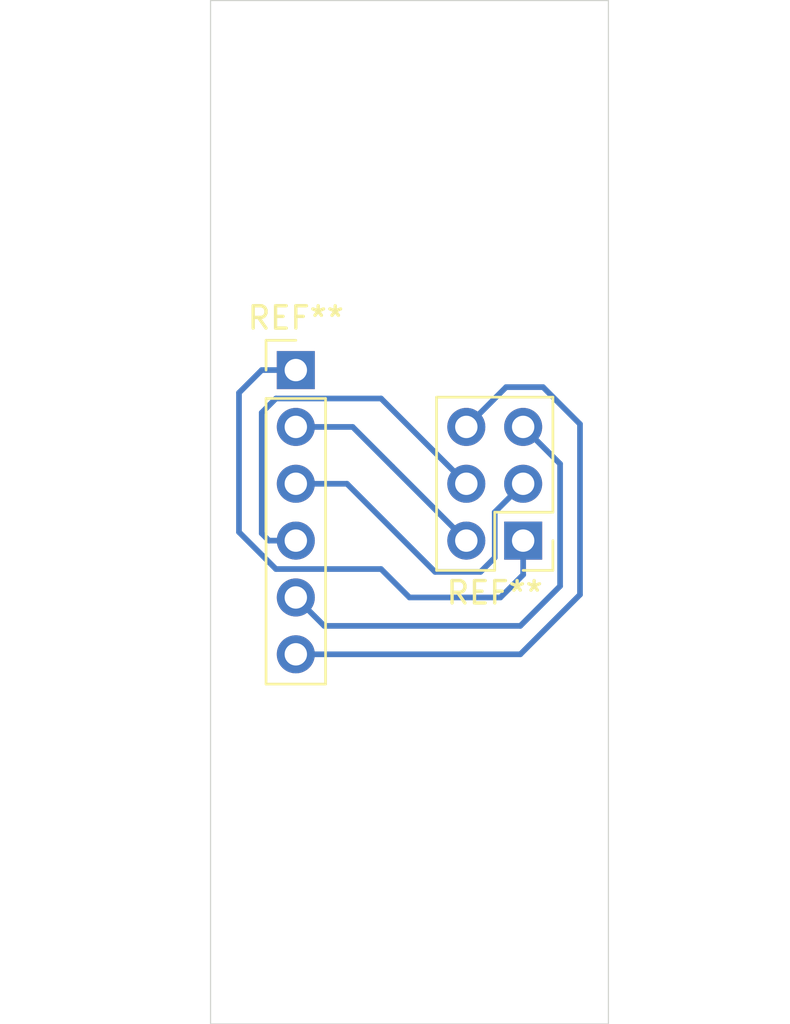
<source format=kicad_pcb>
(kicad_pcb (version 20171130) (host pcbnew "(5.1.0)-1")

  (general
    (thickness 1.6)
    (drawings 4)
    (tracks 35)
    (zones 0)
    (modules 2)
    (nets 1)
  )

  (page A4)
  (layers
    (0 F.Cu signal)
    (31 B.Cu signal)
    (32 B.Adhes user)
    (33 F.Adhes user)
    (34 B.Paste user)
    (35 F.Paste user)
    (36 B.SilkS user)
    (37 F.SilkS user)
    (38 B.Mask user)
    (39 F.Mask user)
    (40 Dwgs.User user)
    (41 Cmts.User user)
    (42 Eco1.User user)
    (43 Eco2.User user)
    (44 Edge.Cuts user)
    (45 Margin user)
    (46 B.CrtYd user)
    (47 F.CrtYd user)
    (48 B.Fab user)
    (49 F.Fab user)
  )

  (setup
    (last_trace_width 0.254)
    (trace_clearance 0.254)
    (zone_clearance 0.508)
    (zone_45_only no)
    (trace_min 0.254)
    (via_size 0.9144)
    (via_drill 0.4064)
    (via_min_size 0.9144)
    (via_min_drill 0.4064)
    (uvia_size 0.3)
    (uvia_drill 0.1)
    (uvias_allowed no)
    (uvia_min_size 0.2)
    (uvia_min_drill 0.1)
    (edge_width 0.05)
    (segment_width 0.2)
    (pcb_text_width 0.3)
    (pcb_text_size 1.5 1.5)
    (mod_edge_width 0.12)
    (mod_text_size 1 1)
    (mod_text_width 0.15)
    (pad_size 1.524 1.524)
    (pad_drill 0.762)
    (pad_to_mask_clearance 0.051)
    (solder_mask_min_width 0.25)
    (aux_axis_origin 0 0)
    (visible_elements 7FFFFFFF)
    (pcbplotparams
      (layerselection 0x01000_ffffffff)
      (usegerberextensions false)
      (usegerberattributes false)
      (usegerberadvancedattributes false)
      (creategerberjobfile false)
      (excludeedgelayer true)
      (linewidth 0.100000)
      (plotframeref false)
      (viasonmask false)
      (mode 1)
      (useauxorigin false)
      (hpglpennumber 1)
      (hpglpenspeed 20)
      (hpglpendiameter 15.000000)
      (psnegative false)
      (psa4output false)
      (plotreference true)
      (plotvalue true)
      (plotinvisibletext false)
      (padsonsilk false)
      (subtractmaskfromsilk false)
      (outputformat 1)
      (mirror false)
      (drillshape 0)
      (scaleselection 1)
      (outputdirectory "gerbers/"))
  )

  (net 0 "")

  (net_class Default "This is the default net class."
    (clearance 0.254)
    (trace_width 0.254)
    (via_dia 0.9144)
    (via_drill 0.4064)
    (uvia_dia 0.3)
    (uvia_drill 0.1)
    (diff_pair_width 0.254)
    (diff_pair_gap 0.254)
  )

  (module Connector_PinHeader_2.54mm:PinHeader_2x03_P2.54mm_Vertical (layer F.Cu) (tedit 59FED5CC) (tstamp 5DBFC999)
    (at 149.86 101.6 180)
    (descr "Through hole straight pin header, 2x03, 2.54mm pitch, double rows")
    (tags "Through hole pin header THT 2x03 2.54mm double row")
    (fp_text reference REF** (at 1.27 -2.33 180) (layer F.SilkS)
      (effects (font (size 1 1) (thickness 0.15)))
    )
    (fp_text value PinHeader_2x03_P2.54mm_Vertical (at 1.27 7.41 180) (layer F.Fab)
      (effects (font (size 1 1) (thickness 0.15)))
    )
    (fp_line (start 0 -1.27) (end 3.81 -1.27) (layer F.Fab) (width 0.1))
    (fp_line (start 3.81 -1.27) (end 3.81 6.35) (layer F.Fab) (width 0.1))
    (fp_line (start 3.81 6.35) (end -1.27 6.35) (layer F.Fab) (width 0.1))
    (fp_line (start -1.27 6.35) (end -1.27 0) (layer F.Fab) (width 0.1))
    (fp_line (start -1.27 0) (end 0 -1.27) (layer F.Fab) (width 0.1))
    (fp_line (start -1.33 6.41) (end 3.87 6.41) (layer F.SilkS) (width 0.12))
    (fp_line (start -1.33 1.27) (end -1.33 6.41) (layer F.SilkS) (width 0.12))
    (fp_line (start 3.87 -1.33) (end 3.87 6.41) (layer F.SilkS) (width 0.12))
    (fp_line (start -1.33 1.27) (end 1.27 1.27) (layer F.SilkS) (width 0.12))
    (fp_line (start 1.27 1.27) (end 1.27 -1.33) (layer F.SilkS) (width 0.12))
    (fp_line (start 1.27 -1.33) (end 3.87 -1.33) (layer F.SilkS) (width 0.12))
    (fp_line (start -1.33 0) (end -1.33 -1.33) (layer F.SilkS) (width 0.12))
    (fp_line (start -1.33 -1.33) (end 0 -1.33) (layer F.SilkS) (width 0.12))
    (fp_line (start -1.8 -1.8) (end -1.8 6.85) (layer F.CrtYd) (width 0.05))
    (fp_line (start -1.8 6.85) (end 4.35 6.85) (layer F.CrtYd) (width 0.05))
    (fp_line (start 4.35 6.85) (end 4.35 -1.8) (layer F.CrtYd) (width 0.05))
    (fp_line (start 4.35 -1.8) (end -1.8 -1.8) (layer F.CrtYd) (width 0.05))
    (fp_text user %R (at 1.27 2.54 270) (layer F.Fab)
      (effects (font (size 1 1) (thickness 0.15)))
    )
    (pad 1 thru_hole rect (at 0 0 180) (size 1.7 1.7) (drill 1) (layers *.Cu *.Mask))
    (pad 2 thru_hole oval (at 2.54 0 180) (size 1.7 1.7) (drill 1) (layers *.Cu *.Mask))
    (pad 3 thru_hole oval (at 0 2.54 180) (size 1.7 1.7) (drill 1) (layers *.Cu *.Mask))
    (pad 4 thru_hole oval (at 2.54 2.54 180) (size 1.7 1.7) (drill 1) (layers *.Cu *.Mask))
    (pad 5 thru_hole oval (at 0 5.08 180) (size 1.7 1.7) (drill 1) (layers *.Cu *.Mask))
    (pad 6 thru_hole oval (at 2.54 5.08 180) (size 1.7 1.7) (drill 1) (layers *.Cu *.Mask))
    (model ${KISYS3DMOD}/Connector_PinHeader_2.54mm.3dshapes/PinHeader_2x03_P2.54mm_Vertical.wrl
      (at (xyz 0 0 0))
      (scale (xyz 1 1 1))
      (rotate (xyz 0 0 0))
    )
  )

  (module Connector_PinHeader_2.54mm:PinHeader_1x06_P2.54mm_Vertical (layer F.Cu) (tedit 59FED5CC) (tstamp 5DBFC8AF)
    (at 139.7 93.98)
    (descr "Through hole straight pin header, 1x06, 2.54mm pitch, single row")
    (tags "Through hole pin header THT 1x06 2.54mm single row")
    (fp_text reference REF** (at 0 -2.33) (layer F.SilkS)
      (effects (font (size 1 1) (thickness 0.15)))
    )
    (fp_text value PinHeader_1x06_P2.54mm_Vertical (at 0 15.03) (layer F.Fab)
      (effects (font (size 1 1) (thickness 0.15)))
    )
    (fp_line (start -0.635 -1.27) (end 1.27 -1.27) (layer F.Fab) (width 0.1))
    (fp_line (start 1.27 -1.27) (end 1.27 13.97) (layer F.Fab) (width 0.1))
    (fp_line (start 1.27 13.97) (end -1.27 13.97) (layer F.Fab) (width 0.1))
    (fp_line (start -1.27 13.97) (end -1.27 -0.635) (layer F.Fab) (width 0.1))
    (fp_line (start -1.27 -0.635) (end -0.635 -1.27) (layer F.Fab) (width 0.1))
    (fp_line (start -1.33 14.03) (end 1.33 14.03) (layer F.SilkS) (width 0.12))
    (fp_line (start -1.33 1.27) (end -1.33 14.03) (layer F.SilkS) (width 0.12))
    (fp_line (start 1.33 1.27) (end 1.33 14.03) (layer F.SilkS) (width 0.12))
    (fp_line (start -1.33 1.27) (end 1.33 1.27) (layer F.SilkS) (width 0.12))
    (fp_line (start -1.33 0) (end -1.33 -1.33) (layer F.SilkS) (width 0.12))
    (fp_line (start -1.33 -1.33) (end 0 -1.33) (layer F.SilkS) (width 0.12))
    (fp_line (start -1.8 -1.8) (end -1.8 14.5) (layer F.CrtYd) (width 0.05))
    (fp_line (start -1.8 14.5) (end 1.8 14.5) (layer F.CrtYd) (width 0.05))
    (fp_line (start 1.8 14.5) (end 1.8 -1.8) (layer F.CrtYd) (width 0.05))
    (fp_line (start 1.8 -1.8) (end -1.8 -1.8) (layer F.CrtYd) (width 0.05))
    (fp_text user %R (at 0 6.35 90) (layer F.Fab)
      (effects (font (size 1 1) (thickness 0.15)))
    )
    (pad 1 thru_hole rect (at 0 0) (size 1.7 1.7) (drill 1) (layers *.Cu *.Mask))
    (pad 2 thru_hole oval (at 0 2.54) (size 1.7 1.7) (drill 1) (layers *.Cu *.Mask))
    (pad 3 thru_hole oval (at 0 5.08) (size 1.7 1.7) (drill 1) (layers *.Cu *.Mask))
    (pad 4 thru_hole oval (at 0 7.62) (size 1.7 1.7) (drill 1) (layers *.Cu *.Mask))
    (pad 5 thru_hole oval (at 0 10.16) (size 1.7 1.7) (drill 1) (layers *.Cu *.Mask))
    (pad 6 thru_hole oval (at 0 12.7) (size 1.7 1.7) (drill 1) (layers *.Cu *.Mask))
    (model ${KISYS3DMOD}/Connector_PinHeader_2.54mm.3dshapes/PinHeader_1x06_P2.54mm_Vertical.wrl
      (at (xyz 0 0 0))
      (scale (xyz 1 1 1))
      (rotate (xyz 0 0 0))
    )
  )

  (gr_line (start 153.67 77.47) (end 135.89 77.47) (layer Edge.Cuts) (width 0.05) (tstamp 5DBFCD60))
  (gr_line (start 153.67 123.19) (end 153.67 77.47) (layer Edge.Cuts) (width 0.05))
  (gr_line (start 135.89 123.19) (end 153.67 123.19) (layer Edge.Cuts) (width 0.05))
  (gr_line (start 135.89 77.47) (end 135.89 123.19) (layer Edge.Cuts) (width 0.05))

  (segment (start 144.018 98.298) (end 147.32 101.6) (width 0.254) (layer B.Cu) (net 0))
  (segment (start 139.7 96.52) (end 142.24 96.52) (width 0.254) (layer B.Cu) (net 0))
  (segment (start 142.24 96.52) (end 144.018 98.298) (width 0.254) (layer B.Cu) (net 0))
  (segment (start 143.51 95.25) (end 147.32 99.06) (width 0.254) (layer B.Cu) (net 0))
  (segment (start 138.811 95.25) (end 143.51 95.25) (width 0.254) (layer B.Cu) (net 0))
  (segment (start 138.176 95.885) (end 138.811 95.25) (width 0.254) (layer B.Cu) (net 0))
  (segment (start 138.176 101.278081) (end 138.176 95.885) (width 0.254) (layer B.Cu) (net 0))
  (segment (start 139.7 101.6) (end 138.497919 101.6) (width 0.254) (layer B.Cu) (net 0))
  (segment (start 138.497919 101.6) (end 138.176 101.278081) (width 0.254) (layer B.Cu) (net 0))
  (segment (start 151.511 98.171) (end 149.86 96.52) (width 0.254) (layer B.Cu) (net 0))
  (segment (start 151.511 103.632) (end 151.511 98.171) (width 0.254) (layer B.Cu) (net 0))
  (segment (start 149.733 105.41) (end 151.511 103.632) (width 0.254) (layer B.Cu) (net 0))
  (segment (start 139.7 104.14) (end 140.97 105.41) (width 0.254) (layer B.Cu) (net 0))
  (segment (start 140.97 105.41) (end 149.733 105.41) (width 0.254) (layer B.Cu) (net 0))
  (segment (start 148.59 100.33) (end 149.86 99.06) (width 0.254) (layer B.Cu) (net 0))
  (segment (start 148.59 102.362) (end 148.59 100.33) (width 0.254) (layer B.Cu) (net 0))
  (segment (start 147.955 102.997) (end 148.59 102.362) (width 0.254) (layer B.Cu) (net 0))
  (segment (start 145.923 102.997) (end 147.955 102.997) (width 0.254) (layer B.Cu) (net 0))
  (segment (start 139.7 99.06) (end 141.986 99.06) (width 0.254) (layer B.Cu) (net 0))
  (segment (start 141.986 99.06) (end 145.923 102.997) (width 0.254) (layer B.Cu) (net 0))
  (segment (start 149.86 103.124) (end 149.86 101.6) (width 0.254) (layer B.Cu) (net 0))
  (segment (start 148.844 104.14) (end 149.86 103.124) (width 0.254) (layer B.Cu) (net 0))
  (segment (start 144.78 104.14) (end 148.844 104.14) (width 0.254) (layer B.Cu) (net 0))
  (segment (start 139.7 93.98) (end 138.176 93.98) (width 0.254) (layer B.Cu) (net 0))
  (segment (start 137.16 94.996) (end 137.16 101.219) (width 0.254) (layer B.Cu) (net 0))
  (segment (start 137.16 101.219) (end 138.811 102.87) (width 0.254) (layer B.Cu) (net 0))
  (segment (start 138.176 93.98) (end 137.16 94.996) (width 0.254) (layer B.Cu) (net 0))
  (segment (start 138.811 102.87) (end 143.51 102.87) (width 0.254) (layer B.Cu) (net 0))
  (segment (start 143.51 102.87) (end 144.78 104.14) (width 0.254) (layer B.Cu) (net 0))
  (segment (start 149.098 94.742) (end 147.32 96.52) (width 0.254) (layer B.Cu) (net 0))
  (segment (start 150.749 94.742) (end 149.098 94.742) (width 0.254) (layer B.Cu) (net 0))
  (segment (start 152.4 96.393) (end 150.749 94.742) (width 0.254) (layer B.Cu) (net 0))
  (segment (start 152.4 104.013) (end 152.4 96.393) (width 0.254) (layer B.Cu) (net 0))
  (segment (start 139.7 106.68) (end 149.733 106.68) (width 0.254) (layer B.Cu) (net 0))
  (segment (start 149.733 106.68) (end 152.4 104.013) (width 0.254) (layer B.Cu) (net 0))

)

</source>
